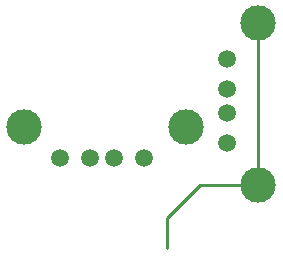
<source format=gbl>
G04 #@! TF.FileFunction,Copper,L2,Bot,Signal*
%FSLAX46Y46*%
G04 Gerber Fmt 4.6, Leading zero omitted, Abs format (unit mm)*
G04 Created by KiCad (PCBNEW 4.0.1-stable) date Fri 01 Jan 2016 07:05:39 PM EST*
%MOMM*%
G01*
G04 APERTURE LIST*
%ADD10C,0.100000*%
%ADD11C,1.501140*%
%ADD12C,2.999740*%
%ADD13C,0.250000*%
G04 APERTURE END LIST*
D10*
D11*
X192277140Y-137162120D03*
X194817140Y-137162120D03*
X196849140Y-137162120D03*
X199389140Y-137162120D03*
D12*
X189229140Y-134495120D03*
X202945140Y-134495120D03*
D11*
X206372880Y-128777140D03*
X206372880Y-131317140D03*
X206372880Y-133349140D03*
X206372880Y-135889140D03*
D12*
X209039880Y-125729140D03*
X209039880Y-139445140D03*
D13*
X209039880Y-139445140D02*
X204089860Y-139445140D01*
X201295000Y-142240000D02*
X201295000Y-144780000D01*
X204089860Y-139445140D02*
X201295000Y-142240000D01*
X209039880Y-125729140D02*
X209039880Y-139445140D01*
M02*

</source>
